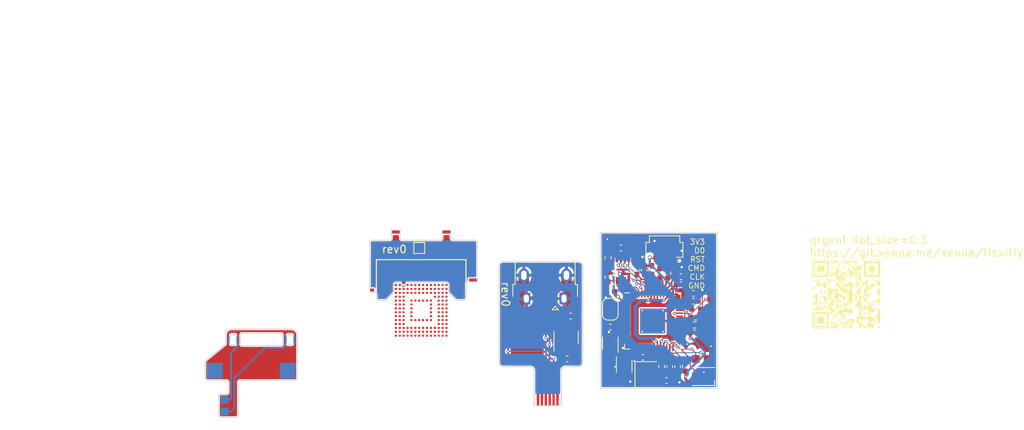
<source format=kicad_pcb>
(kicad_pcb (version 20221018) (generator pcbnew)

  (general
    (thickness 0.115)
  )

  (paper "A4")
  (layers
    (0 "F.Cu" signal)
    (31 "B.Cu" signal)
    (32 "B.Adhes" user "B.Adhesive")
    (33 "F.Adhes" user "F.Adhesive")
    (34 "B.Paste" user)
    (35 "F.Paste" user)
    (36 "B.SilkS" user "B.Silkscreen")
    (37 "F.SilkS" user "F.Silkscreen")
    (38 "B.Mask" user)
    (39 "F.Mask" user)
    (40 "Dwgs.User" user "User.Drawings")
    (41 "Cmts.User" user "User.Comments")
    (42 "Eco1.User" user "User.Eco1")
    (43 "Eco2.User" user "User.Eco2")
    (44 "Edge.Cuts" user)
    (45 "Margin" user)
    (46 "B.CrtYd" user "B.Courtyard")
    (47 "F.CrtYd" user "F.Courtyard")
    (48 "B.Fab" user)
    (49 "F.Fab" user)
    (50 "User.1" user)
    (51 "User.2" user)
    (52 "User.3" user)
    (53 "User.4" user)
    (54 "User.5" user)
    (55 "User.6" user)
    (56 "User.7" user)
    (57 "User.8" user)
    (58 "User.9" user)
  )

  (setup
    (stackup
      (layer "F.SilkS" (type "Top Silk Screen"))
      (layer "F.Paste" (type "Top Solder Paste"))
      (layer "F.Mask" (type "Top Solder Mask") (thickness 0.01))
      (layer "F.Cu" (type "copper") (thickness 0.035))
      (layer "dielectric 1" (type "core") (color "Polyimide") (thickness 0.025) (material "Polyimide") (epsilon_r 3.2) (loss_tangent 0.004))
      (layer "B.Cu" (type "copper") (thickness 0.035))
      (layer "B.Mask" (type "Bottom Solder Mask") (thickness 0.01))
      (layer "B.Paste" (type "Bottom Solder Paste"))
      (layer "B.SilkS" (type "Bottom Silk Screen"))
      (copper_finish "None")
      (dielectric_constraints no)
    )
    (pad_to_mask_clearance 0)
    (pcbplotparams
      (layerselection 0x00010fc_ffffffff)
      (plot_on_all_layers_selection 0x0000000_00000000)
      (disableapertmacros false)
      (usegerberextensions false)
      (usegerberattributes true)
      (usegerberadvancedattributes true)
      (creategerberjobfile true)
      (dashed_line_dash_ratio 12.000000)
      (dashed_line_gap_ratio 3.000000)
      (svgprecision 4)
      (plotframeref false)
      (viasonmask false)
      (mode 1)
      (useauxorigin false)
      (hpglpennumber 1)
      (hpglpenspeed 20)
      (hpglpendiameter 15.000000)
      (dxfpolygonmode true)
      (dxfimperialunits true)
      (dxfusepcbnewfont true)
      (psnegative false)
      (psa4output false)
      (plotreference true)
      (plotvalue true)
      (plotinvisibletext false)
      (sketchpadsonfab false)
      (subtractmaskfromsilk false)
      (outputformat 1)
      (mirror false)
      (drillshape 1)
      (scaleselection 1)
      (outputdirectory "")
    )
  )

  (net 0 "")
  (net 1 "+3V3")
  (net 2 "GND")
  (net 3 "/XIN")
  (net 4 "Net-(C3-Pad2)")
  (net 5 "+1V1")
  (net 6 "GND1")
  (net 7 "VBUS")
  (net 8 "/STATUS_LED")
  (net 9 "unconnected-(H5-Pad1)")
  (net 10 "/QSPI_~{CS}")
  (net 11 "/~{USB_BOOT}")
  (net 12 "/XOUT")
  (net 13 "/USB_DP")
  (net 14 "/DP")
  (net 15 "/NX_CLK")
  (net 16 "Net-(U1-GPIO27_ADC1)")
  (net 17 "/NX_CMD")
  (net 18 "Net-(U1-GPIO28_ADC2)")
  (net 19 "/NX_D0")
  (net 20 "Net-(U1-GPIO29_ADC3)")
  (net 21 "/RP2040_~{USB_BOOT}")
  (net 22 "/TRAINING_RESET_A")
  (net 23 "/TRAINING_RESET_B")
  (net 24 "unconnected-(U1-GPIO2-Pad4)")
  (net 25 "unconnected-(U1-GPIO3-Pad5)")
  (net 26 "unconnected-(U1-GPIO4-Pad6)")
  (net 27 "unconnected-(U1-GPIO5-Pad7)")
  (net 28 "unconnected-(U1-GPIO6-Pad8)")
  (net 29 "unconnected-(U1-GPIO7-Pad9)")
  (net 30 "unconnected-(U1-GPIO8-Pad11)")
  (net 31 "unconnected-(U1-GPIO9-Pad12)")
  (net 32 "unconnected-(U1-GPIO10-Pad13)")
  (net 33 "unconnected-(U1-GPIO11-Pad14)")
  (net 34 "unconnected-(U1-GPIO12-Pad15)")
  (net 35 "unconnected-(U1-GPIO13-Pad16)")
  (net 36 "unconnected-(U1-GPIO14-Pad17)")
  (net 37 "/NX_CPU")
  (net 38 "/SWCLK")
  (net 39 "/SWD")
  (net 40 "/RUN")
  (net 41 "unconnected-(U1-GPIO17-Pad28)")
  (net 42 "unconnected-(U1-GPIO18-Pad29)")
  (net 43 "unconnected-(U1-GPIO19-Pad30)")
  (net 44 "unconnected-(U1-GPIO20-Pad31)")
  (net 45 "unconnected-(U1-GPIO21-Pad32)")
  (net 46 "unconnected-(U1-GPIO22-Pad34)")
  (net 47 "unconnected-(U1-GPIO23-Pad35)")
  (net 48 "unconnected-(U1-GPIO24-Pad36)")
  (net 49 "unconnected-(U1-GPIO25-Pad37)")
  (net 50 "/NX_RST")
  (net 51 "/QSPI_SD3")
  (net 52 "/QSPI_CLK")
  (net 53 "/QSPI_SD0")
  (net 54 "/QSPI_SD2")
  (net 55 "/QSPI_SD1")
  (net 56 "/D+")
  (net 57 "/D-")
  (net 58 "Net-(C16-Pad1)")
  (net 59 "Net-(C15-Pad1)")
  (net 60 "/DAT0")
  (net 61 "unconnected-(J3-ID-Pad4)")
  (net 62 "/USB_DN")
  (net 63 "/DN")
  (net 64 "unconnected-(C15-Pad2)")
  (net 65 "unconnected-(C16-Pad2)")
  (net 66 "unconnected-(D1-DOUT-Pad1)")
  (net 67 "Net-(Q1-Pad1)")
  (net 68 "Net-(Q2-Pad1)")
  (net 69 "unconnected-(H6-Pad1)")

  (footprint "Resistor_SMD:R_0402_1005Metric_Pad0.72x0.64mm_HandSolder" (layer "F.Cu") (at 169.388 66.726 90))

  (footprint "TestPoint:TestPoint_Pad_1.0x1.0mm" (layer "F.Cu") (at 175.274 65.75))

  (footprint "Capacitor_SMD:C_0402_1005Metric_Pad0.74x0.62mm_HandSolder" (layer "F.Cu") (at 162.784 57.074))

  (footprint "Resistor_SMD:R_0402_1005Metric_Pad0.72x0.64mm_HandSolder" (layer "F.Cu") (at 162.5 52.75 -90))

  (footprint "TestPoint:TestPoint_Pad_1.0x1.0mm" (layer "F.Cu") (at 138.25 51.5))

  (footprint "TestPoint:TestPoint_Pad_1.0x1.0mm" (layer "F.Cu") (at 164 68.5 90))

  (footprint "flexifly:FPC_1x06_P0.50mm" (layer "F.Cu") (at 154.75 71 180))

  (footprint "Capacitor_SMD:C_0402_1005Metric_Pad0.74x0.62mm_HandSolder" (layer "F.Cu") (at 173.452 58.344 180))

  (footprint "Capacitor_SMD:C_0402_1005Metric_Pad0.74x0.62mm_HandSolder" (layer "F.Cu") (at 170.404 66.726 90))

  (footprint "Capacitor_SMD:C_0402_1005Metric_Pad0.74x0.62mm_HandSolder" (layer "F.Cu") (at 173.452 57.328 180))

  (footprint "TestPoint:TestPoint_Pad_1.0x1.0mm" (layer "F.Cu") (at 175.75 55))

  (footprint "flexifly:FBGA_153_P0.50mm" (layer "F.Cu") (at 138.5 59.505))

  (footprint "TestPoint:TestPoint_Pad_1.0x1.0mm" (layer "F.Cu") (at 175.75 61))

  (footprint "Capacitor_SMD:C_0402_1005Metric_Pad0.74x0.62mm_HandSolder" (layer "F.Cu") (at 157.25 65.75 180))

  (footprint "Capacitor_SMD:C_0402_1005Metric_Pad0.74x0.62mm_HandSolder" (layer "F.Cu") (at 157.69 60.25))

  (footprint "Capacitor_SMD:C_0402_1005Metric_Pad0.74x0.62mm_HandSolder" (layer "F.Cu") (at 171.85 56.2))

  (footprint "TestPoint:TestPoint_Pad_1.0x1.0mm" (layer "F.Cu") (at 173.75 65.75))

  (footprint "Capacitor_SMD:C_0402_1005Metric_Pad0.74x0.62mm_HandSolder" (layer "F.Cu") (at 171.85 55.184 180))

  (footprint "Package_DFN_QFN:QFN-56-1EP_7x7mm_P0.4mm_EP3.2x3.2mm_ThermalVias" (layer "F.Cu") (at 168.225 60.875))

  (footprint "flexifly:W25QxxxxUXxx" (layer "F.Cu") (at 164.4 54.28 -90))

  (footprint "Capacitor_SMD:C_0402_1005Metric_Pad0.74x0.62mm_HandSolder" (layer "F.Cu") (at 162.784 61.646))

  (footprint "Resistor_SMD:R_0402_1005Metric_Pad0.72x0.64mm_HandSolder" (layer "F.Cu") (at 170.15 54.75 90))

  (footprint "Resistor_SMD:R_0402_1005Metric_Pad0.72x0.64mm_HandSolder" (layer "F.Cu") (at 172.436 66.726 90))

  (footprint "Capacitor_SMD:C_0402_1005Metric_Pad0.74x0.62mm_HandSolder" (layer "F.Cu") (at 166.95 65.55))

  (footprint "flexifly:Conn_BGA_shim_dat0" (layer "F.Cu") (at 138.5 55.95))

  (footprint "flexifly:MicroFET_2x2" (layer "F.Cu") (at 164.562 66.472 180))

  (footprint "flexifly:SW_SPST_XKB_1187A-B-A-B" (layer "F.Cu") (at 151.54 62.935 -90))

  (footprint "TestPoint:TestPoint_Pad_1.0x1.0mm" (layer "F.Cu") (at 175.75 56.5))

  (footprint "Crystal:Crystal_SMD_2520-4Pin_2.5x2.0mm" (layer "F.Cu") (at 167.35 67.75 -90))

  (footprint "Package_TO_SOT_SMD:SOT-23-3" (layer "F.Cu") (at 157.11 63 90))

  (footprint "Capacitor_SMD:C_0402_1005Metric_Pad0.74x0.62mm_HandSolder" (layer "F.Cu") (at 171.42 66.726 90))

  (footprint "Jumper:SolderJumper-2_P1.3mm_Open_RoundedPad1.0x1.5mm" (layer "F.Cu") (at 162.784 59.36 90))

  (footprint "Capacitor_SMD:C_0402_1005Metric_Pad0.74x0.62mm_HandSolder" (layer "F.Cu") (at 168.118 54.35 -90))

  (footprint "Capacitor_SMD:C_0402_1005Metric_Pad0.74x0.62mm_HandSolder" (layer "F.Cu") (at 167.15 54.35 -90))

  (footprint "Resistor_SMD:R_0402_1005Metric_Pad0.72x0.64mm_HandSolder" (layer "F.Cu") (at 162.5 55.25 -90))

  (footprint "Capacitor_SMD:C_0402_1005Metric_Pad0.74x0.62mm_HandSolder" (layer "F.Cu") (at 170 68.5 180))

  (footprint "LED_SMD:LED_WS2812B-2020_PLCC4_2.0x2.0mm" (layer "F.Cu") (at 174.75 68 180))

  (footprint "Resistor_SMD:R_0402_1005Metric_Pad0.72x0.64mm_HandSolder" (layer "F.Cu") (at 173.6 61.392 180))

  (footprint "flexifly:MicroFET_2x2" (layer "F.Cu") (at 162.784 63.932))

  (footprint "Resistor_SMD:R_0402_1005Metric_Pad0.72x0.64mm_HandSolder" (layer "F.Cu") (at 173.8 59.36 180))

  (footprint "Capacitor_SMD:C_0402_1005Metric_Pad0.74x0.62mm_HandSolder" (layer "F.Cu") (at 166.2 54.35 -90))

  (footprint "TestPoint:TestPoint_Pad_1.0x1.0mm" (layer "F.Cu") (at 166 50.5))

  (footprint "TestPoint:TestPoint_Pad_1.0x1.0mm" (layer "F.Cu") (at 175.75 59.5))

  (footprint "TestPoint:TestPoint_Pad_1.0x1.0mm" (layer "F.Cu") (at 175.75 62.5))

  (footprint "Connector_USB:USB_Micro-B_Amphenol_10103594-0001LF_Horizontal" (layer "F.Cu") (at 154.39 56.115 180))

  (footprint "Resistor_SMD:R_0402_1005Metric_Pad0.72x0.64mm_HandSolder" (layer "F.Cu") (at 169.134 54.75 -90))

  (footprint "TestPoint:TestPoint_Pad_1.0x1.0mm" (layer "F.Cu") (at 162.5 68.5 90))

  (footprint "Capacitor_SMD:C_0402_1005Metric_Pad0.74x0.62mm_HandSolder" (layer "F.Cu") (at 173.6 62.408 180))

  (footprint "Capacitor_SMD:C_0402_1005Metric_Pad0.74x0.62mm_HandSolder" (layer "F.Cu") (at 164.15 51.5))

  (footprint "TestPoint:TestPoint_Pad_1.0x1.0mm" (layer "F.Cu")
    (tstamp e4d243d1-07c3-4f4c-a937-598b803e1a8a)
    (at 175.75 58)
    (descr "SMD rectangular pad as test Point, square 1.0mm side length")
    (tags "test point SMD pad rectangle square")
    (property "Sheetfile" "flexifly.kicad_sch")
    (property "Sheetname" "")
    (property "exclude_from_bom" "")
    (property "ki_description" "test point")
    (property "ki_keywords" "test point tp")
    (path "/16811e29-e2f6-42f2-8764-2ba4291b95d6")
    (attr exclude_from_pos_files exclude_from_bom)
    (fp_text reference "TP2" (at 0 -1.448) (layer "F.SilkS") hide
        (effects (font (size 1 1) (thickness 0.15)))
      (tstamp 88f3f5da-36d6-4398-ab0c-0b534cb17ed0)
    )
    (fp_text value "TestPoint" (at 0 1.55) (layer "F.Fab") hide
        (effects (font (size 1 1) (thickness 0.15)))
      (tstamp f6670abc-2557-4022-a59e-9bbd11f9d44d)
    )
    (fp_text user "${REFERENCE}" (at 0 -1.45) (layer "F.Fab")
        (effects (font (size 1 1) (thickness 0.15)))
      (tstamp 0cd7bdd3-850b-44e3-b065-c2897f361105)
    )
 
... [358839 chars truncated]
</source>
